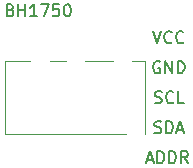
<source format=gbr>
G04 #@! TF.GenerationSoftware,KiCad,Pcbnew,(5.1.5)-3*
G04 #@! TF.CreationDate,2020-12-21T13:11:51+01:00*
G04 #@! TF.ProjectId,epimetheus_bh1750,6570696d-6574-4686-9575-735f62683137,rev?*
G04 #@! TF.SameCoordinates,Original*
G04 #@! TF.FileFunction,Legend,Top*
G04 #@! TF.FilePolarity,Positive*
%FSLAX46Y46*%
G04 Gerber Fmt 4.6, Leading zero omitted, Abs format (unit mm)*
G04 Created by KiCad (PCBNEW (5.1.5)-3) date 2020-12-21 13:11:51*
%MOMM*%
%LPD*%
G04 APERTURE LIST*
%ADD10C,0.150000*%
%ADD11C,0.120000*%
G04 APERTURE END LIST*
D10*
X162488857Y-23550571D02*
X162631714Y-23598190D01*
X162679333Y-23645809D01*
X162726952Y-23741047D01*
X162726952Y-23883904D01*
X162679333Y-23979142D01*
X162631714Y-24026761D01*
X162536476Y-24074380D01*
X162155523Y-24074380D01*
X162155523Y-23074380D01*
X162488857Y-23074380D01*
X162584095Y-23122000D01*
X162631714Y-23169619D01*
X162679333Y-23264857D01*
X162679333Y-23360095D01*
X162631714Y-23455333D01*
X162584095Y-23502952D01*
X162488857Y-23550571D01*
X162155523Y-23550571D01*
X163155523Y-24074380D02*
X163155523Y-23074380D01*
X163155523Y-23550571D02*
X163726952Y-23550571D01*
X163726952Y-24074380D02*
X163726952Y-23074380D01*
X164726952Y-24074380D02*
X164155523Y-24074380D01*
X164441238Y-24074380D02*
X164441238Y-23074380D01*
X164346000Y-23217238D01*
X164250761Y-23312476D01*
X164155523Y-23360095D01*
X165060285Y-23074380D02*
X165726952Y-23074380D01*
X165298380Y-24074380D01*
X166584095Y-23074380D02*
X166107904Y-23074380D01*
X166060285Y-23550571D01*
X166107904Y-23502952D01*
X166203142Y-23455333D01*
X166441238Y-23455333D01*
X166536476Y-23502952D01*
X166584095Y-23550571D01*
X166631714Y-23645809D01*
X166631714Y-23883904D01*
X166584095Y-23979142D01*
X166536476Y-24026761D01*
X166441238Y-24074380D01*
X166203142Y-24074380D01*
X166107904Y-24026761D01*
X166060285Y-23979142D01*
X167250761Y-23074380D02*
X167346000Y-23074380D01*
X167441238Y-23122000D01*
X167488857Y-23169619D01*
X167536476Y-23264857D01*
X167584095Y-23455333D01*
X167584095Y-23693428D01*
X167536476Y-23883904D01*
X167488857Y-23979142D01*
X167441238Y-24026761D01*
X167346000Y-24074380D01*
X167250761Y-24074380D01*
X167155523Y-24026761D01*
X167107904Y-23979142D01*
X167060285Y-23883904D01*
X167012666Y-23693428D01*
X167012666Y-23455333D01*
X167060285Y-23264857D01*
X167107904Y-23169619D01*
X167155523Y-23122000D01*
X167250761Y-23074380D01*
D11*
X162052000Y-27888000D02*
X162052000Y-34088000D01*
X173873000Y-34088000D02*
X173873000Y-27888000D01*
X162052000Y-27888000D02*
X164148000Y-27888000D01*
X165798000Y-27888000D02*
X167148000Y-27888000D01*
X168798000Y-27888000D02*
X171198000Y-27888000D01*
X172748000Y-27888000D02*
X173873000Y-27888000D01*
X172298000Y-34088000D02*
X162052000Y-34088000D01*
D10*
X174561666Y-25360380D02*
X174895000Y-26360380D01*
X175228333Y-25360380D01*
X176133095Y-26265142D02*
X176085476Y-26312761D01*
X175942619Y-26360380D01*
X175847380Y-26360380D01*
X175704523Y-26312761D01*
X175609285Y-26217523D01*
X175561666Y-26122285D01*
X175514047Y-25931809D01*
X175514047Y-25788952D01*
X175561666Y-25598476D01*
X175609285Y-25503238D01*
X175704523Y-25408000D01*
X175847380Y-25360380D01*
X175942619Y-25360380D01*
X176085476Y-25408000D01*
X176133095Y-25455619D01*
X177133095Y-26265142D02*
X177085476Y-26312761D01*
X176942619Y-26360380D01*
X176847380Y-26360380D01*
X176704523Y-26312761D01*
X176609285Y-26217523D01*
X176561666Y-26122285D01*
X176514047Y-25931809D01*
X176514047Y-25788952D01*
X176561666Y-25598476D01*
X176609285Y-25503238D01*
X176704523Y-25408000D01*
X176847380Y-25360380D01*
X176942619Y-25360380D01*
X177085476Y-25408000D01*
X177133095Y-25455619D01*
X175133095Y-27948000D02*
X175037857Y-27900380D01*
X174895000Y-27900380D01*
X174752142Y-27948000D01*
X174656904Y-28043238D01*
X174609285Y-28138476D01*
X174561666Y-28328952D01*
X174561666Y-28471809D01*
X174609285Y-28662285D01*
X174656904Y-28757523D01*
X174752142Y-28852761D01*
X174895000Y-28900380D01*
X174990238Y-28900380D01*
X175133095Y-28852761D01*
X175180714Y-28805142D01*
X175180714Y-28471809D01*
X174990238Y-28471809D01*
X175609285Y-28900380D02*
X175609285Y-27900380D01*
X176180714Y-28900380D01*
X176180714Y-27900380D01*
X176656904Y-28900380D02*
X176656904Y-27900380D01*
X176895000Y-27900380D01*
X177037857Y-27948000D01*
X177133095Y-28043238D01*
X177180714Y-28138476D01*
X177228333Y-28328952D01*
X177228333Y-28471809D01*
X177180714Y-28662285D01*
X177133095Y-28757523D01*
X177037857Y-28852761D01*
X176895000Y-28900380D01*
X176656904Y-28900380D01*
X174704523Y-31392761D02*
X174847380Y-31440380D01*
X175085476Y-31440380D01*
X175180714Y-31392761D01*
X175228333Y-31345142D01*
X175275952Y-31249904D01*
X175275952Y-31154666D01*
X175228333Y-31059428D01*
X175180714Y-31011809D01*
X175085476Y-30964190D01*
X174895000Y-30916571D01*
X174799761Y-30868952D01*
X174752142Y-30821333D01*
X174704523Y-30726095D01*
X174704523Y-30630857D01*
X174752142Y-30535619D01*
X174799761Y-30488000D01*
X174895000Y-30440380D01*
X175133095Y-30440380D01*
X175275952Y-30488000D01*
X176275952Y-31345142D02*
X176228333Y-31392761D01*
X176085476Y-31440380D01*
X175990238Y-31440380D01*
X175847380Y-31392761D01*
X175752142Y-31297523D01*
X175704523Y-31202285D01*
X175656904Y-31011809D01*
X175656904Y-30868952D01*
X175704523Y-30678476D01*
X175752142Y-30583238D01*
X175847380Y-30488000D01*
X175990238Y-30440380D01*
X176085476Y-30440380D01*
X176228333Y-30488000D01*
X176275952Y-30535619D01*
X177180714Y-31440380D02*
X176704523Y-31440380D01*
X176704523Y-30440380D01*
X174680714Y-33932761D02*
X174823571Y-33980380D01*
X175061666Y-33980380D01*
X175156904Y-33932761D01*
X175204523Y-33885142D01*
X175252142Y-33789904D01*
X175252142Y-33694666D01*
X175204523Y-33599428D01*
X175156904Y-33551809D01*
X175061666Y-33504190D01*
X174871190Y-33456571D01*
X174775952Y-33408952D01*
X174728333Y-33361333D01*
X174680714Y-33266095D01*
X174680714Y-33170857D01*
X174728333Y-33075619D01*
X174775952Y-33028000D01*
X174871190Y-32980380D01*
X175109285Y-32980380D01*
X175252142Y-33028000D01*
X175680714Y-33980380D02*
X175680714Y-32980380D01*
X175918809Y-32980380D01*
X176061666Y-33028000D01*
X176156904Y-33123238D01*
X176204523Y-33218476D01*
X176252142Y-33408952D01*
X176252142Y-33551809D01*
X176204523Y-33742285D01*
X176156904Y-33837523D01*
X176061666Y-33932761D01*
X175918809Y-33980380D01*
X175680714Y-33980380D01*
X176633095Y-33694666D02*
X177109285Y-33694666D01*
X176537857Y-33980380D02*
X176871190Y-32980380D01*
X177204523Y-33980380D01*
X174029904Y-36234666D02*
X174506095Y-36234666D01*
X173934666Y-36520380D02*
X174268000Y-35520380D01*
X174601333Y-36520380D01*
X174934666Y-36520380D02*
X174934666Y-35520380D01*
X175172761Y-35520380D01*
X175315619Y-35568000D01*
X175410857Y-35663238D01*
X175458476Y-35758476D01*
X175506095Y-35948952D01*
X175506095Y-36091809D01*
X175458476Y-36282285D01*
X175410857Y-36377523D01*
X175315619Y-36472761D01*
X175172761Y-36520380D01*
X174934666Y-36520380D01*
X175934666Y-36520380D02*
X175934666Y-35520380D01*
X176172761Y-35520380D01*
X176315619Y-35568000D01*
X176410857Y-35663238D01*
X176458476Y-35758476D01*
X176506095Y-35948952D01*
X176506095Y-36091809D01*
X176458476Y-36282285D01*
X176410857Y-36377523D01*
X176315619Y-36472761D01*
X176172761Y-36520380D01*
X175934666Y-36520380D01*
X177506095Y-36520380D02*
X177172761Y-36044190D01*
X176934666Y-36520380D02*
X176934666Y-35520380D01*
X177315619Y-35520380D01*
X177410857Y-35568000D01*
X177458476Y-35615619D01*
X177506095Y-35710857D01*
X177506095Y-35853714D01*
X177458476Y-35948952D01*
X177410857Y-35996571D01*
X177315619Y-36044190D01*
X176934666Y-36044190D01*
M02*

</source>
